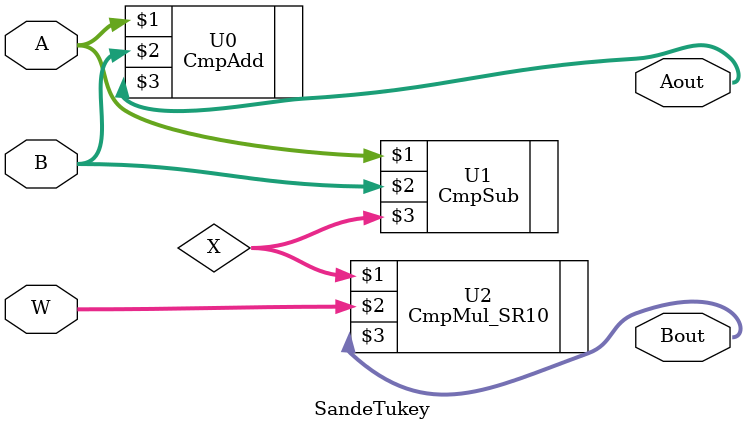
<source format=v>
module SandeTukey(A, B, W, Aout, Bout);
    input [31:0] A, B, W;
    output [31:0] Aout, Bout;
    
    wire [31:0] X;
    
    CmpAdd U0(A, B, Aout);
    CmpSub U1(A, B, X);
    CmpMul_SR10 U2(X, W, Bout);
endmodule
</source>
